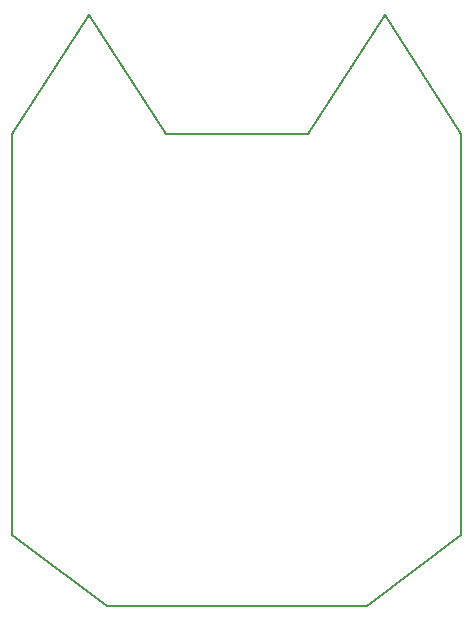
<source format=gbr>
%TF.GenerationSoftware,KiCad,Pcbnew,5.1.5+dfsg1-2build2*%
%TF.CreationDate,2022-05-20T22:28:17-07:00*%
%TF.ProjectId,v1.0-RubberNugget,76312e30-2d52-4756-9262-65724e756767,rev?*%
%TF.SameCoordinates,Original*%
%TF.FileFunction,Profile,NP*%
%FSLAX46Y46*%
G04 Gerber Fmt 4.6, Leading zero omitted, Abs format (unit mm)*
G04 Created by KiCad (PCBNEW 5.1.5+dfsg1-2build2) date 2022-05-20 22:28:17*
%MOMM*%
%LPD*%
G04 APERTURE LIST*
%TA.AperFunction,Profile*%
%ADD10C,0.200000*%
%TD*%
G04 APERTURE END LIST*
D10*
X-19000000Y-17000000D02*
X-19000000Y17000000D01*
X-11000000Y-23000000D02*
X-19000000Y-17000000D01*
X11000000Y-23000000D02*
X-11000000Y-23000000D01*
X19000000Y-17000000D02*
X11000000Y-23000000D01*
X19000000Y17000000D02*
X19000000Y-17000000D01*
X12500000Y27000000D02*
X19000000Y17000000D01*
X6000000Y17000000D02*
X12500000Y27000000D01*
X-6000000Y17000000D02*
X6000000Y17000000D01*
X-12500000Y27000000D02*
X-6000000Y17000000D01*
X-19000000Y17000000D02*
X-12500000Y27000000D01*
M02*

</source>
